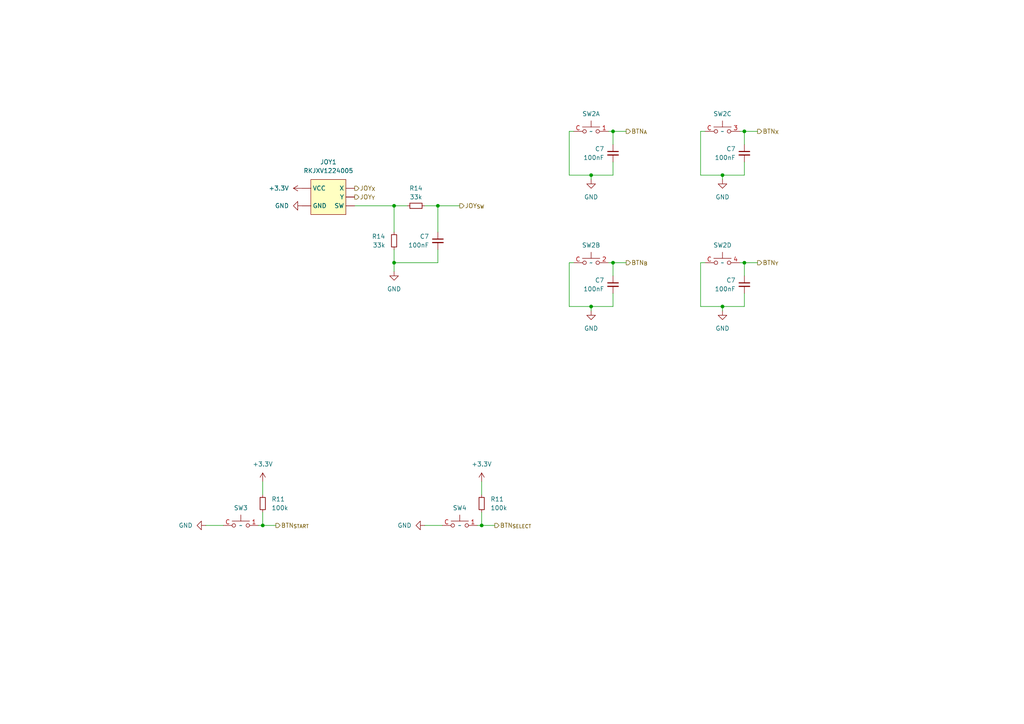
<source format=kicad_sch>
(kicad_sch (version 20230121) (generator eeschema)
  (paper "A4")
  (lib_symbols
    (symbol "Device:C_Small" (pin_numbers hide) (pin_names (offset 0.254) hide)
      (property "Reference" "C" (at 0.254 1.778 0))
      (property "Value" "C_Small" (at 0.254 -2.032 0))
      (symbol "C_Small_0_1"
        (polyline (pts (xy -1.524 -0.508) (xy 1.524 -0.508)) (stroke (width 0.3302)))
        (polyline (pts (xy -1.524 0.508) (xy 1.524 0.508)) (stroke (width 0.3048)))
      )
      (symbol "C_Small_1_1"
        (pin passive line (at 0 2.54 270) (length 2.032) (name "~") (number "1"))
        (pin passive line (at 0 -2.54 90) (length 2.032) (name "~") (number "2"))
      )
    )
    (symbol "Device:R_Small" (pin_numbers hide) (pin_names (offset 0.254) hide)
      (property "Reference" "R" (at 0.762 0.508 0))
      (property "Value" "R_Small" (at 0.762 -1.016 0))
      (symbol "R_Small_0_1"
        (rectangle (start -0.762 1.778) (end 0.762 -1.778) (stroke (width 0.2032)))
      )
      (symbol "R_Small_1_1"
        (pin passive line (at 0 2.54 270) (length 0.762) (name "~") (number "1"))
        (pin passive line (at 0 -2.54 90) (length 0.762) (name "~") (number "2"))
      )
    )
    (symbol "Krecek:ABXY" (pin_names hide)
      (property "Reference" "SW" (at 0 5.08 0))
      (symbol "ABXY_0_1"
        (circle (center -1.905 0) (radius 0.508))
        (polyline (pts (xy 0 1.27) (xy 0 3.048)))
        (polyline (pts (xy 2.54 1.27) (xy -2.54 1.27)))
        (circle (center 1.905 0) (radius 0.508))
        (pin passive line (at 5.08 0 180) (length 2.54) (name "C") (number "C"))
      )
      (symbol "ABXY_1_1"
        (pin passive line (at -5.08 0 0) (length 2.54) (name "2") (number "1"))
      )
      (symbol "ABXY_2_1"
        (pin passive line (at -5.08 0 0) (length 2.54) (name "2") (number "2"))
      )
      (symbol "ABXY_3_1"
        (pin passive line (at -5.08 0 0) (length 2.54) (name "3") (number "3"))
      )
      (symbol "ABXY_4_1"
        (pin passive line (at -5.08 0 0) (length 2.54) (name "4") (number "4"))
      )
    )
    (symbol "Krecek:RubberButton" (pin_names hide)
      (property "Reference" "SW" (at 0 5.08 0))
      (symbol "RubberButton_0_1"
        (circle (center -2.032 0) (radius 0.508))
        (polyline (pts (xy 0 1.27) (xy 0 3.048)))
        (polyline (pts (xy 2.54 1.27) (xy -2.54 1.27)))
        (circle (center 2.032 0) (radius 0.508))
      )
      (symbol "RubberButton_1_1"
        (pin passive line (at -5.08 0 0) (length 2.54) (name "1") (number "1"))
        (pin passive line (at 5.08 0 180) (length 2.54) (name "C") (number "C"))
      )
    )
    (symbol "LCSC:RKJXV1224005" (pin_numbers hide)
      (property "Reference" "JOY" (at 0 7.62 0))
      (property "Value" "RKJXV1224005" (at 0 -7.62 0))
      (symbol "RKJXV1224005_1_1"
        (rectangle (start -5.08 5.08) (end 5.08 -5.08) (fill (type background)))
        (pin power_in line (at -7.62 -2.54 0) (length 2.54) (name "GND") (number "GND"))
        (pin output line (at 7.62 -2.54 180) (length 2.54) (name "SW") (number "SW"))
        (pin power_in line (at -7.62 2.54 0) (length 2.54) (name "VCC") (number "VCC"))
        (pin output line (at 7.62 2.54 180) (length 2.54) (name "X") (number "X"))
        (pin output line (at 7.62 0 180) (length 2.54) (name "Y") (number "Y"))
      )
    )
    (symbol "power:+3.3V" (power) (pin_names (offset 0))
      (property "Value" "+3.3V" (at 0 3.556 0))
      (symbol "+3.3V_0_1"
        (polyline (pts (xy -0.762 1.27) (xy 0 2.54)))
        (polyline (pts (xy 0 0) (xy 0 2.54)))
        (polyline (pts (xy 0 2.54) (xy 0.762 1.27)))
      )
      (symbol "+3.3V_1_1"
        (pin power_in line (at 0 0 90) (length 0) hide (name "+3.3V") (number "1"))
      )
    )
    (symbol "power:GND" (power) (pin_names (offset 0))
      (property "Value" "GND" (at 0 -3.81 0))
      (symbol "GND_0_1"
        (polyline (pts (xy 0 0) (xy 0 -1.27) (xy 1.27 -1.27) (xy 0 -2.54) (xy -1.27 -1.27) (xy 0 -1.27)))
      )
      (symbol "GND_1_1"
        (pin power_in line (at 0 0 270) (length 0) hide (name "GND") (number "1"))
      )
    )
  )
  (junction (at 139.7 152.4))
  (junction (at 171.45 50.8))
  (junction (at 177.8 76.2))
  (junction (at 114.3 76.2))
  (junction (at 209.55 88.9))
  (junction (at 127 59.69))
  (junction (at 177.8 38.1))
  (junction (at 114.3 59.69))
  (junction (at 209.55 50.8))
  (junction (at 76.2 152.4))
  (junction (at 171.45 88.9))
  (junction (at 215.9 38.1))
  (junction (at 215.9 76.2))
  (wire (pts (xy 139.7 139.7) (xy 139.7 143.51)))
  (wire (pts (xy 139.7 152.4) (xy 143.51 152.4)))
  (wire (pts (xy 215.9 46.99) (xy 215.9 50.8)))
  (wire (pts (xy 102.87 59.69) (xy 114.3 59.69)))
  (wire (pts (xy 203.2 50.8) (xy 203.2 38.1)))
  (wire (pts (xy 127 59.69) (xy 127 67.31)))
  (wire (pts (xy 209.55 88.9) (xy 203.2 88.9)))
  (wire (pts (xy 123.19 152.4) (xy 128.27 152.4)))
  (wire (pts (xy 165.1 76.2) (xy 166.37 76.2)))
  (wire (pts (xy 177.8 76.2) (xy 181.61 76.2)))
  (wire (pts (xy 114.3 59.69) (xy 118.11 59.69)))
  (wire (pts (xy 171.45 50.8) (xy 165.1 50.8)))
  (wire (pts (xy 139.7 148.59) (xy 139.7 152.4)))
  (wire (pts (xy 215.9 38.1) (xy 215.9 41.91)))
  (wire (pts (xy 215.9 50.8) (xy 209.55 50.8)))
  (wire (pts (xy 209.55 52.07) (xy 209.55 50.8)))
  (wire (pts (xy 171.45 88.9) (xy 177.8 88.9)))
  (wire (pts (xy 215.9 76.2) (xy 219.71 76.2)))
  (wire (pts (xy 209.55 50.8) (xy 203.2 50.8)))
  (wire (pts (xy 215.9 88.9) (xy 209.55 88.9)))
  (wire (pts (xy 214.63 76.2) (xy 215.9 76.2)))
  (wire (pts (xy 203.2 76.2) (xy 204.47 76.2)))
  (wire (pts (xy 203.2 88.9) (xy 203.2 76.2)))
  (wire (pts (xy 114.3 59.69) (xy 114.3 67.31)))
  (wire (pts (xy 215.9 85.09) (xy 215.9 88.9)))
  (wire (pts (xy 176.53 76.2) (xy 177.8 76.2)))
  (wire (pts (xy 59.69 152.4) (xy 64.77 152.4)))
  (wire (pts (xy 76.2 139.7) (xy 76.2 143.51)))
  (wire (pts (xy 74.93 152.4) (xy 76.2 152.4)))
  (wire (pts (xy 114.3 72.39) (xy 114.3 76.2)))
  (wire (pts (xy 209.55 90.17) (xy 209.55 88.9)))
  (wire (pts (xy 176.53 38.1) (xy 177.8 38.1)))
  (wire (pts (xy 215.9 38.1) (xy 219.71 38.1)))
  (wire (pts (xy 165.1 50.8) (xy 165.1 38.1)))
  (wire (pts (xy 123.19 59.69) (xy 127 59.69)))
  (wire (pts (xy 214.63 38.1) (xy 215.9 38.1)))
  (wire (pts (xy 127 76.2) (xy 114.3 76.2)))
  (wire (pts (xy 127 59.69) (xy 133.35 59.69)))
  (wire (pts (xy 165.1 38.1) (xy 166.37 38.1)))
  (wire (pts (xy 177.8 76.2) (xy 177.8 80.01)))
  (wire (pts (xy 165.1 88.9) (xy 171.45 88.9)))
  (wire (pts (xy 215.9 76.2) (xy 215.9 80.01)))
  (wire (pts (xy 165.1 88.9) (xy 165.1 76.2)))
  (wire (pts (xy 138.43 152.4) (xy 139.7 152.4)))
  (wire (pts (xy 171.45 90.17) (xy 171.45 88.9)))
  (wire (pts (xy 76.2 152.4) (xy 80.01 152.4)))
  (wire (pts (xy 127 72.39) (xy 127 76.2)))
  (wire (pts (xy 177.8 50.8) (xy 171.45 50.8)))
  (wire (pts (xy 76.2 148.59) (xy 76.2 152.4)))
  (wire (pts (xy 203.2 38.1) (xy 204.47 38.1)))
  (wire (pts (xy 171.45 52.07) (xy 171.45 50.8)))
  (wire (pts (xy 177.8 38.1) (xy 181.61 38.1)))
  (wire (pts (xy 177.8 46.99) (xy 177.8 50.8)))
  (wire (pts (xy 114.3 78.74) (xy 114.3 76.2)))
  (wire (pts (xy 177.8 85.09) (xy 177.8 88.9)))
  (wire (pts (xy 177.8 38.1) (xy 177.8 41.91)))
  (hierarchical_label "BTN_{SELECT}" (shape output) (at 143.51 152.4 0))
  (hierarchical_label "BTN_{B}" (shape output) (at 181.61 76.2 0))
  (hierarchical_label "BTN_{START}" (shape output) (at 80.01 152.4 0))
  (hierarchical_label "JOY_{Y}" (shape output) (at 102.87 57.15 0))
  (hierarchical_label "BTN_{Y}" (shape output) (at 219.71 76.2 0))
  (hierarchical_label "JOY_{SW}" (shape output) (at 133.35 59.69 0))
  (hierarchical_label "JOY_{X}" (shape output) (at 102.87 54.61 0))
  (hierarchical_label "BTN_{A}" (shape output) (at 181.61 38.1 0))
  (hierarchical_label "BTN_{X}" (shape output) (at 219.71 38.1 0))
  (symbol (lib_id "power:+3.3V") (at 87.63 54.61 90) (unit 1)
    (property "Reference" "#PWR035" (effects hide))
    (property "Value" "+3.3V" (at 83.82 54.61 90) (effects (justify left)))
  )
  (symbol (lib_id "Device:R_Small") (at 120.65 59.69 270) (unit 1)
    (property "Reference" "R14" (at 120.65 54.61 90))
    (property "Value" "33k" (at 120.65 57.15 90))
    (property "Footprint" "Resistor_SMD:R_0402_1005Metric" (effects hide))
    (property "LCSC Part" "C25779" (effects hide))
    (instances (project "krecek-0.9" (path "" (reference "R14") (unit 1)) (path "" (reference "R22") (unit 1))))
  )
  (symbol (lib_id "power:GND") (at 171.45 52.07 0) (mirror y) (unit 1)
    (property "Reference" "#PWR038" (effects hide))
    (property "Value" "GND" (at 171.45 57.15 0))
  )
  (symbol (lib_id "Krecek:RubberButton") (at 133.35 152.4 0) (mirror y) (unit 1)
    (property "Reference" "SW4" (at 133.35 147.32 0))
    (property "Value" "~" (at 133.35 152.4 0))
    (property "Footprint" "Krecek:RubberButton" (effects hide))
  )
  (symbol (lib_id "LCSC:RKJXV1224005") (at 95.25 57.15 0) (unit 1)
    (property "Reference" "JOY1" (at 95.25 46.99 0))
    (property "Value" "RKJXV1224005" (at 95.25 49.53 0))
    (property "Footprint" "LCSC:SW-TH_RKJXV1224005" (effects hide))
    (property "Datasheet" "https://lcsc.com/product-detail/5-way-Tactile-Switchs_ALPS_RKJXV1224005_RKJXV1224005_C146170.html" (effects hide))
    (property "LCSC Part" "C146170" (effects hide))
  )
  (symbol (lib_id "power:+3.3V") (at 139.7 139.7 0) (unit 1)
    (property "Reference" "#PWR045" (effects hide))
    (property "Value" "+3.3V" (at 139.7 134.62 0))
  )
  (symbol (lib_id "Krecek:ABXY") (at 209.55 38.1 0) (mirror y) (unit 3)
    (property "Reference" "SW2" (at 209.55 33.02 0))
    (property "Value" "~" (at 209.55 38.1 0))
    (property "Footprint" "Krecek:ABXY" (effects hide))
  )
  (symbol (lib_id "power:GND") (at 171.45 90.17 0) (mirror y) (unit 1)
    (property "Reference" "#PWR039" (effects hide))
    (property "Value" "GND" (at 171.45 95.25 0))
  )
  (symbol (lib_id "power:GND") (at 123.19 152.4 270) (mirror x) (unit 1)
    (property "Reference" "#PWR043" (effects hide))
    (property "Value" "GND" (at 119.38 152.4 90) (effects (justify right)))
  )
  (symbol (lib_id "Device:R_Small") (at 114.3 69.85 0) (mirror x) (unit 1)
    (property "Reference" "R14" (at 111.76 68.58 0) (effects (justify right)))
    (property "Value" "33k" (at 111.76 71.12 0) (effects (justify right)))
    (property "Footprint" "Resistor_SMD:R_0402_1005Metric" (effects hide))
    (property "LCSC Part" "C25779" (effects hide))
    (instances (project "krecek-0.9" (path "" (reference "R14") (unit 1)) (path "" (reference "R21") (unit 1))))
  )
  (symbol (lib_id "power:+3.3V") (at 76.2 139.7 0) (unit 1)
    (property "Reference" "#PWR044" (effects hide))
    (property "Value" "+3.3V" (at 76.2 134.62 0))
  )
  (symbol (lib_id "power:GND") (at 209.55 52.07 0) (mirror y) (unit 1)
    (property "Reference" "#PWR040" (effects hide))
    (property "Value" "GND" (at 209.55 57.15 0))
  )
  (symbol (lib_id "Device:R_Small") (at 76.2 146.05 180) (unit 1)
    (property "Reference" "R11" (at 78.74 144.78 0) (effects (justify right)))
    (property "Value" "100k" (at 78.74 147.32 0) (effects (justify right)))
    (property "Footprint" "Resistor_SMD:R_0402_1005Metric" (effects hide))
    (property "LCSC Part" "C25741" (effects hide))
    (instances (project "krecek-0.9" (path "" (reference "R11") (unit 1)) (path "" (reference "R23") (unit 1))))
  )
  (symbol (lib_id "Device:C_Small") (at 177.8 44.45 0) (mirror y) (unit 1)
    (property "Reference" "C7" (at 175.26 43.1863 0) (effects (justify left)))
    (property "Value" "100nF" (at 175.26 45.7263 0) (effects (justify left)))
    (property "Footprint" "Capacitor_SMD:C_0402_1005Metric" (effects hide))
    (property "LCSC Part" "C307331" (effects hide))
    (instances (project "krecek-0.9" (path "" (reference "C7") (unit 1)) (path "" (reference "C20") (unit 1))))
  )
  (symbol (lib_id "power:GND") (at 209.55 90.17 0) (mirror y) (unit 1)
    (property "Reference" "#PWR041" (effects hide))
    (property "Value" "GND" (at 209.55 95.25 0))
  )
  (symbol (lib_id "Device:C_Small") (at 177.8 82.55 0) (mirror y) (unit 1)
    (property "Reference" "C7" (at 175.26 81.2863 0) (effects (justify left)))
    (property "Value" "100nF" (at 175.26 83.8263 0) (effects (justify left)))
    (property "Footprint" "Capacitor_SMD:C_0402_1005Metric" (effects hide))
    (property "LCSC Part" "C307331" (effects hide))
    (instances (project "krecek-0.9" (path "" (reference "C7") (unit 1)) (path "" (reference "C21") (unit 1))))
  )
  (symbol (lib_id "Device:R_Small") (at 139.7 146.05 180) (unit 1)
    (property "Reference" "R11" (at 142.24 144.78 0) (effects (justify right)))
    (property "Value" "100k" (at 142.24 147.32 0) (effects (justify right)))
    (property "Footprint" "Resistor_SMD:R_0402_1005Metric" (effects hide))
    (property "LCSC Part" "C25741" (effects hide))
    (instances (project "krecek-0.9" (path "" (reference "R11") (unit 1)) (path "" (reference "R24") (unit 1))))
  )
  (symbol (lib_id "Device:C_Small") (at 215.9 82.55 0) (mirror y) (unit 1)
    (property "Reference" "C7" (at 213.36 81.2863 0) (effects (justify left)))
    (property "Value" "100nF" (at 213.36 83.8263 0) (effects (justify left)))
    (property "Footprint" "Capacitor_SMD:C_0402_1005Metric" (effects hide))
    (property "LCSC Part" "C307331" (effects hide))
    (instances (project "krecek-0.9" (path "" (reference "C7") (unit 1)) (path "" (reference "C23") (unit 1))))
  )
  (symbol (lib_id "power:GND") (at 87.63 59.69 270) (unit 1)
    (property "Reference" "#PWR036" (effects hide))
    (property "Value" "GND" (at 83.82 59.69 90) (effects (justify right)))
  )
  (symbol (lib_id "Krecek:RubberButton") (at 69.85 152.4 0) (mirror y) (unit 1)
    (property "Reference" "SW3" (at 69.85 147.32 0))
    (property "Value" "~" (at 69.85 152.4 0))
    (property "Footprint" "Krecek:RubberButton" (effects hide))
  )
  (symbol (lib_id "Device:C_Small") (at 215.9 44.45 0) (mirror y) (unit 1)
    (property "Reference" "C7" (at 213.36 43.1863 0) (effects (justify left)))
    (property "Value" "100nF" (at 213.36 45.7263 0) (effects (justify left)))
    (property "Footprint" "Capacitor_SMD:C_0402_1005Metric" (effects hide))
    (property "LCSC Part" "C307331" (effects hide))
    (instances (project "krecek-0.9" (path "" (reference "C7") (unit 1)) (path "" (reference "C22") (unit 1))))
  )
  (symbol (lib_id "Krecek:ABXY") (at 209.55 76.2 0) (mirror y) (unit 4)
    (property "Reference" "SW2" (at 209.55 71.12 0))
    (property "Value" "~" (at 209.55 76.2 0))
    (property "Footprint" "Krecek:ABXY" (effects hide))
  )
  (symbol (lib_id "power:GND") (at 59.69 152.4 270) (mirror x) (unit 1)
    (property "Reference" "#PWR042" (effects hide))
    (property "Value" "GND" (at 55.88 152.4 90) (effects (justify right)))
  )
  (symbol (lib_id "Device:C_Small") (at 127 69.85 0) (mirror y) (unit 1)
    (property "Reference" "C7" (at 124.46 68.5863 0) (effects (justify left)))
    (property "Value" "100nF" (at 124.46 71.1263 0) (effects (justify left)))
    (property "Footprint" "Capacitor_SMD:C_0402_1005Metric" (effects hide))
    (property "LCSC Part" "C307331" (effects hide))
    (instances (project "krecek-0.9" (path "" (reference "C7") (unit 1)) (path "" (reference "C19") (unit 1))))
  )
  (symbol (lib_id "Krecek:ABXY") (at 171.45 38.1 0) (mirror y) (unit 1)
    (property "Reference" "SW2" (at 171.45 33.02 0))
    (property "Value" "~" (at 171.45 38.1 0))
    (property "Footprint" "Krecek:ABXY" (effects hide))
  )
  (symbol (lib_id "Krecek:ABXY") (at 171.45 76.2 0) (mirror y) (unit 2)
    (property "Reference" "SW2" (at 171.45 71.12 0))
    (property "Value" "~" (at 171.45 76.2 0))
    (property "Footprint" "Krecek:ABXY" (effects hide))
  )
  (symbol (lib_id "power:GND") (at 114.3 78.74 0) (unit 1)
    (property "Reference" "#PWR037" (effects hide))
    (property "Value" "GND" (at 114.3 83.82 0))
  )
)
</source>
